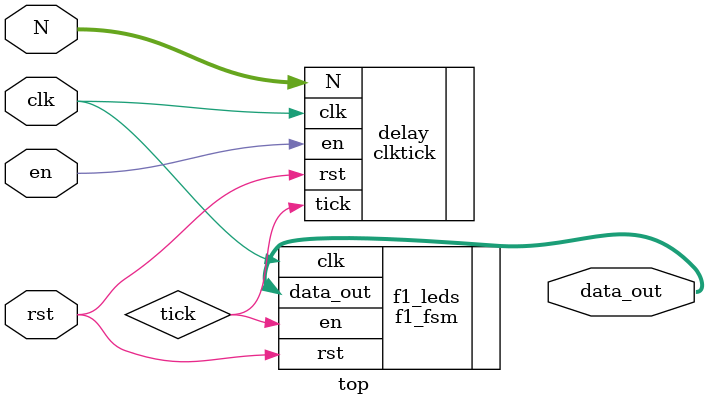
<source format=sv>
module top #(
    parameter WIDTH = 16
)(
    input   logic               clk,
    input   logic               rst,
    input   logic               en,
    input   logic  [WIDTH-1:0]  N,
    output  logic  [7:0]        data_out
);

clktick delay (
    .clk    (clk),
    .rst    (rst),
    .en     (en),
    .N      (N),
    .tick   (tick)
);

f1_fsm f1_leds (
    .rst        (rst),
    .en         (tick),
    .clk        (clk),
    .data_out   (data_out)
);

endmodule

</source>
